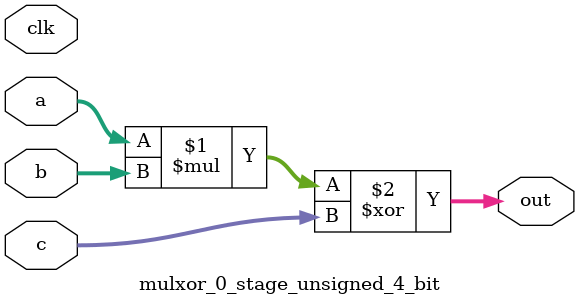
<source format=sv>
(* use_dsp = "yes" *) module mulxor_0_stage_unsigned_4_bit(
	input  [3:0] a,
	input  [3:0] b,
	input  [3:0] c,
	output [3:0] out,
	input clk);

	assign out = (a * b) ^ c;
endmodule

</source>
